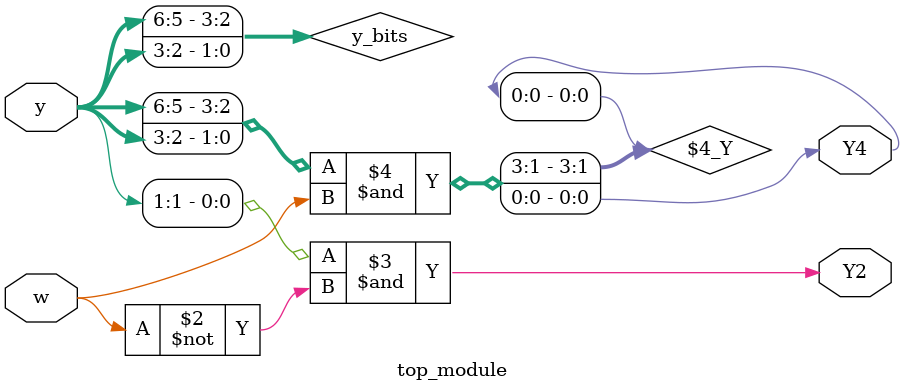
<source format=sv>
module top_module (
	input [6:1] y,
	input w,
	output reg Y2,
	output reg Y4
);

	reg [3:0] y_bits;

	always @ (*)
	begin
		Y2 = y[1] & ~w;
		y_bits = {y[6], y[5], y[3], y[2]};
		Y4 = y_bits & w;
	end

endmodule

</source>
